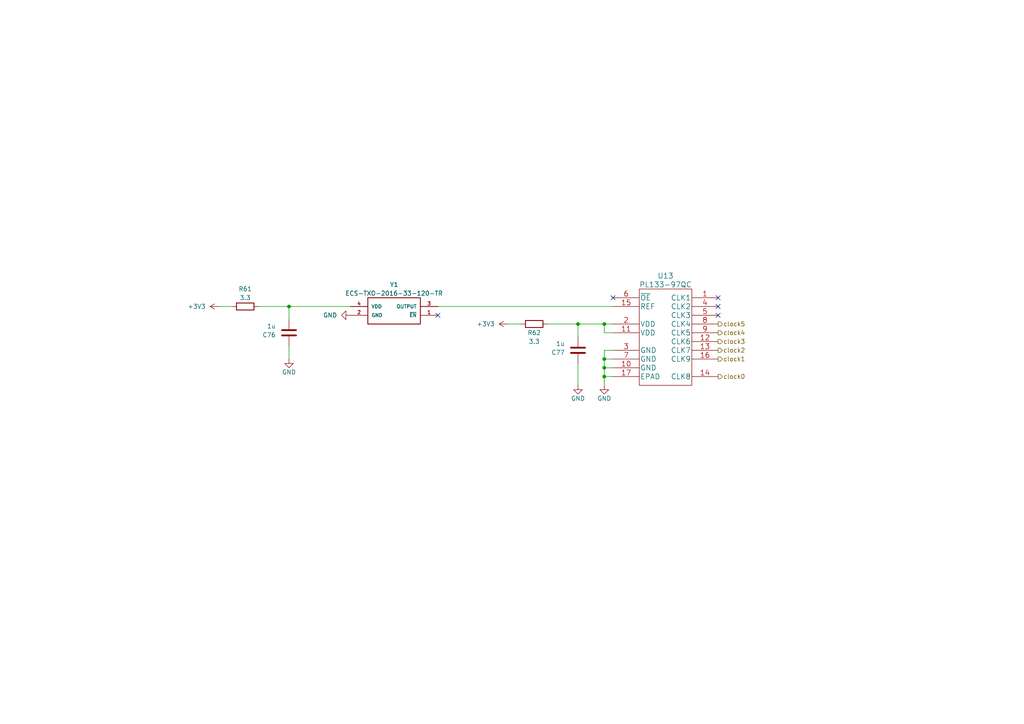
<source format=kicad_sch>
(kicad_sch (version 20221004) (generator eeschema)
  (paper "A4")
  (title_block (title "sin(π)") (date "2022-11-23") (rev "draft 0") (company "Porucha"))
  (lib_symbols
    (symbol "0000:ECS-TXO-2016-33-120-TR" (pin_names (offset 1.016))
      (property "Reference" "Y" (at -7.62 6.35 0))
      (property "Value" "ECS-TXO-2016-33-120-TR" (at -7.62 -5.08 0))
      (symbol "ECS-TXO-2016-33-120-TR_0_0"
        (rectangle (start -7.62 5.08) (end 7.62 -2.54) (stroke (width 0.254)))
        (pin input line (at 12.7 0 180) (length 5.08) (name "~{EN}") (number "1"))
        (pin power_in line (at -12.7 0 0) (length 5.08) (name "GND") (number "2"))
        (pin output line (at 12.7 2.54 180) (length 5.08) (name "OUTPUT") (number "3"))
        (pin power_in line (at -12.7 2.54 0) (length 5.08) (name "VDD") (number "4"))
      )
    )
    (symbol "0000:PL133-97QC" (pin_names (offset 0.254))
      (property "Reference" "U" (at 0 20.32 0))
      (property "Value" "PL133-97QC" (at 0 17.78 0))
      (symbol "PL133-97QC_1_1"
        (rectangle (start -7.62 15.24) (end 7.62 -12.7))
        (pin output line (at 15.24 12.7 180) (length 7.62) (name "CLK1") (number "1"))
        (pin power_in line (at -15.24 -7.62 0) (length 7.62) (name "GND") (number "10"))
        (pin power_in line (at -15.24 2.54 0) (length 7.62) (name "VDD") (number "11"))
        (pin output line (at 15.24 0 180) (length 7.62) (name "CLK6") (number "12"))
        (pin output line (at 15.24 -2.54 180) (length 7.62) (name "CLK7") (number "13"))
        (pin output line (at 15.24 -10.16 180) (length 7.62) (name "CLK8") (number "14"))
        (pin input line (at -15.24 10.16 0) (length 7.62) (name "REF") (number "15"))
        (pin output line (at 15.24 -5.08 180) (length 7.62) (name "CLK9") (number "16"))
        (pin unspecified line (at -15.24 -10.16 0) (length 7.62) (name "EPAD") (number "17"))
        (pin power_in line (at -15.24 5.08 0) (length 7.62) (name "VDD") (number "2"))
        (pin power_in line (at -15.24 -2.54 0) (length 7.62) (name "GND") (number "3"))
        (pin output line (at 15.24 10.16 180) (length 7.62) (name "CLK2") (number "4"))
        (pin output line (at 15.24 7.62 180) (length 7.62) (name "CLK3") (number "5"))
        (pin input line (at -15.24 12.7 0) (length 7.62) (name "~{OE}") (number "6"))
        (pin power_in line (at -15.24 -5.08 0) (length 7.62) (name "GND") (number "7"))
        (pin output line (at 15.24 5.08 180) (length 7.62) (name "CLK4") (number "8"))
        (pin output line (at 15.24 2.54 180) (length 7.62) (name "CLK5") (number "9"))
      )
    )
    (symbol "Device:C" (pin_numbers hide) (pin_names (offset 0.254))
      (property "Reference" "C" (at 0.635 2.54 0))
      (property "Value" "C" (at 0.635 -2.54 0))
      (symbol "C_0_1"
        (polyline (pts (xy -2.032 -0.762) (xy 2.032 -0.762)) (stroke (width 0.508)))
        (polyline (pts (xy -2.032 0.762) (xy 2.032 0.762)) (stroke (width 0.508)))
      )
      (symbol "C_1_1"
        (pin passive line (at 0 3.81 270) (length 2.794) (name "~") (number "1"))
        (pin passive line (at 0 -3.81 90) (length 2.794) (name "~") (number "2"))
      )
    )
    (symbol "Device:R" (pin_numbers hide) (pin_names (offset 0))
      (property "Reference" "R" (at 2.032 0 90))
      (property "Value" "R" (at 0 0 90))
      (symbol "R_0_1"
        (rectangle (start -1.016 -2.54) (end 1.016 2.54) (stroke (width 0.254)))
      )
      (symbol "R_1_1"
        (pin passive line (at 0 3.81 270) (length 1.27) (name "~") (number "1"))
        (pin passive line (at 0 -3.81 90) (length 1.27) (name "~") (number "2"))
      )
    )
    (symbol "power:+3V3" (power) (pin_names (offset 0))
      (property "Value" "+3V3" (at 0 3.556 0))
      (symbol "+3V3_0_1"
        (polyline (pts (xy -0.762 1.27) (xy 0 2.54)))
        (polyline (pts (xy 0 0) (xy 0 2.54)))
        (polyline (pts (xy 0 2.54) (xy 0.762 1.27)))
      )
      (symbol "+3V3_1_1"
        (pin power_in line (at 0 0 90) (length 0) hide (name "+3V3") (number "1"))
      )
    )
    (symbol "power:GND" (power) (pin_names (offset 0))
      (property "Value" "GND" (at 0 -3.81 0))
      (symbol "GND_0_1"
        (polyline (pts (xy 0 0) (xy 0 -1.27) (xy 1.27 -1.27) (xy 0 -2.54) (xy -1.27 -1.27) (xy 0 -1.27)))
      )
      (symbol "GND_1_1"
        (pin power_in line (at 0 0 270) (length 0) hide (name "GND") (number "1"))
      )
    )
  )
  (junction (at 175.26 93.98))
  (junction (at 83.82 88.9))
  (junction (at 175.26 104.14))
  (junction (at 167.64 93.98))
  (junction (at 175.26 109.22))
  (junction (at 175.26 106.68))
  (no_connect (at 177.8 86.36))
  (no_connect (at 208.28 86.36))
  (no_connect (at 208.28 88.9))
  (no_connect (at 208.28 91.44))
  (no_connect (at 127 91.44))
  (wire (pts (xy 175.26 93.98) (xy 177.8 93.98)))
  (wire (pts (xy 63.5 88.9) (xy 67.31 88.9)))
  (wire (pts (xy 167.64 111.76) (xy 167.64 105.41)))
  (wire (pts (xy 175.26 109.22) (xy 175.26 111.76)))
  (wire (pts (xy 175.26 106.68) (xy 177.8 106.68)))
  (wire (pts (xy 147.32 93.98) (xy 151.13 93.98)))
  (wire (pts (xy 175.26 93.98) (xy 175.26 96.52)))
  (wire (pts (xy 167.64 93.98) (xy 175.26 93.98)))
  (wire (pts (xy 127 88.9) (xy 177.8 88.9)))
  (wire (pts (xy 177.8 109.22) (xy 175.26 109.22)))
  (wire (pts (xy 175.26 104.14) (xy 175.26 101.6)))
  (wire (pts (xy 175.26 101.6) (xy 177.8 101.6)))
  (wire (pts (xy 74.93 88.9) (xy 83.82 88.9)))
  (wire (pts (xy 167.64 97.79) (xy 167.64 93.98)))
  (wire (pts (xy 83.82 92.71) (xy 83.82 88.9)))
  (wire (pts (xy 175.26 106.68) (xy 175.26 104.14)))
  (wire (pts (xy 175.26 109.22) (xy 175.26 106.68)))
  (wire (pts (xy 83.82 88.9) (xy 101.6 88.9)))
  (wire (pts (xy 175.26 96.52) (xy 177.8 96.52)))
  (wire (pts (xy 83.82 104.14) (xy 83.82 100.33)))
  (wire (pts (xy 175.26 104.14) (xy 177.8 104.14)))
  (wire (pts (xy 158.75 93.98) (xy 167.64 93.98)))
  (hierarchical_label "clock4" (shape output) (at 208.28 96.52 0))
  (hierarchical_label "clock3" (shape output) (at 208.28 99.06 0))
  (hierarchical_label "clock5" (shape output) (at 208.28 93.98 0))
  (hierarchical_label "clock1" (shape output) (at 208.28 104.14 0))
  (hierarchical_label "clock2" (shape output) (at 208.28 101.6 0))
  (hierarchical_label "clock0" (shape output) (at 208.28 109.22 0))
  (symbol (lib_id "power:GND") (at 83.82 104.14 0) (mirror y) (unit 1)
    (property "Reference" "#PWR084" (effects hide))
    (property "Value" "GND" (at 83.82 107.95 0))
  )
  (symbol (lib_id "Device:R") (at 154.94 93.98 90) (mirror x) (unit 1)
    (property "Reference" "R62" (at 154.94 96.52 90))
    (property "Value" "3.3" (at 154.94 99.06 90))
  )
  (symbol (lib_id "Device:C") (at 167.64 101.6 0) (mirror x) (unit 1)
    (property "Reference" "C77" (at 163.83 102.235 0) (effects (justify right)))
    (property "Value" "1u" (at 163.83 99.695 0) (effects (justify right)))
  )
  (symbol (lib_id "0000:PL133-97QC") (at 193.04 99.06 0) (unit 1)
    (property "Reference" "U13" (at 193.04 80.01 0) (effects (font (size 1.524 1.524))))
    (property "Value" "PL133-97QC" (at 193.04 82.55 0) (effects (font (size 1.524 1.524))))
    (property "Footprint" "0000:PL133-97QC" (effects hide))
  )
  (symbol (lib_id "power:+3V3") (at 63.5 88.9 90) (unit 1)
    (property "Reference" "#PWR083" (effects hide))
    (property "Value" "+3V3" (at 59.69 88.9 90) (effects (justify left)))
  )
  (symbol (lib_id "Device:C") (at 83.82 96.52 0) (mirror x) (unit 1)
    (property "Reference" "C76" (at 80.01 97.155 0) (effects (justify right)))
    (property "Value" "1u" (at 80.01 94.615 0) (effects (justify right)))
  )
  (symbol (lib_id "power:GND") (at 175.26 111.76 0) (mirror y) (unit 1)
    (property "Reference" "#PWR088" (effects hide))
    (property "Value" "GND" (at 175.26 115.57 0))
  )
  (symbol (lib_id "power:GND") (at 167.64 111.76 0) (mirror y) (unit 1)
    (property "Reference" "#PWR087" (effects hide))
    (property "Value" "GND" (at 167.64 115.57 0))
  )
  (symbol (lib_id "0000:ECS-TXO-2016-33-120-TR") (at 114.3 91.44 0) (unit 1)
    (property "Reference" "Y1" (at 114.3 82.55 0))
    (property "Value" "ECS-TXO-2016-33-120-TR" (at 114.3 85.09 0))
    (property "Footprint" "0000:ECS-TXO-2016-33-120-TR" (effects hide))
  )
  (symbol (lib_id "Device:R") (at 71.12 88.9 90) (unit 1)
    (property "Reference" "R61" (at 71.12 83.82 90))
    (property "Value" "3.3" (at 71.12 86.36 90))
  )
  (symbol (lib_id "power:GND") (at 101.6 91.44 270) (unit 1)
    (property "Reference" "#PWR085" (effects hide))
    (property "Value" "GND" (at 97.79 91.44 90) (effects (justify right)))
  )
  (symbol (lib_id "power:+3V3") (at 147.32 93.98 90) (unit 1)
    (property "Reference" "#PWR086" (effects hide))
    (property "Value" "+3V3" (at 143.51 93.98 90) (effects (justify left)))
  )
)
</source>
